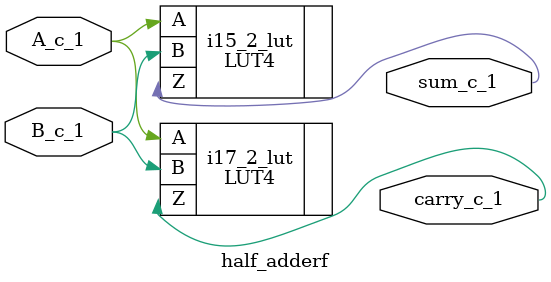
<source format=v>

module half_adder (A, B, sum, carry);   // e:/repositories/rtl_fpga/verilog/aula15_mux/half_adder_topmodle.vhd(5[8:18])
    input [1:0]A;   // e:/repositories/rtl_fpga/verilog/aula15_mux/half_adder_topmodle.vhd(8[4:5])
    input [1:0]B;   // e:/repositories/rtl_fpga/verilog/aula15_mux/half_adder_topmodle.vhd(8[6:7])
    output [1:0]sum;   // e:/repositories/rtl_fpga/verilog/aula15_mux/half_adder_topmodle.vhd(9[4:7])
    output [1:0]carry;   // e:/repositories/rtl_fpga/verilog/aula15_mux/half_adder_topmodle.vhd(9[8:13])
    
    
    wire A_c_1, A_c_0, B_c_1, B_c_0, sum_c_1, sum_c_0, carry_c_1, 
        carry_c_0, GND_net, VCC_net;
    
    VLO i38 (.Z(GND_net));
    IB A_pad_1 (.I(A[1]), .O(A_c_1));   // e:/repositories/rtl_fpga/verilog/aula15_mux/half_adder_topmodle.vhd(8[4:5])
    OB carry_pad_1 (.I(carry_c_1), .O(carry[1]));   // e:/repositories/rtl_fpga/verilog/aula15_mux/half_adder_topmodle.vhd(9[8:13])
    OB sum_pad_1 (.I(sum_c_1), .O(sum[1]));   // e:/repositories/rtl_fpga/verilog/aula15_mux/half_adder_topmodle.vhd(9[4:7])
    OB carry_pad_0 (.I(carry_c_0), .O(carry[0]));   // e:/repositories/rtl_fpga/verilog/aula15_mux/half_adder_topmodle.vhd(9[8:13])
    half_adderb ha1 (.A_c_0(A_c_0), .B_c_0(B_c_0), .carry_c_0(carry_c_0), 
            .sum_c_0(sum_c_0));   // e:/repositories/rtl_fpga/verilog/aula15_mux/half_adder_topmodle.vhd(34[7:18])
    PUR PUR_INST (.PUR(VCC_net));
    defparam PUR_INST.RST_PULSE = 1;
    half_adderf ha2 (.A_c_1(A_c_1), .B_c_1(B_c_1), .sum_c_1(sum_c_1), 
            .carry_c_1(carry_c_1));   // e:/repositories/rtl_fpga/verilog/aula15_mux/half_adder_topmodle.vhd(43[7:18])
    IB A_pad_0 (.I(A[0]), .O(A_c_0));   // e:/repositories/rtl_fpga/verilog/aula15_mux/half_adder_topmodle.vhd(8[4:5])
    OB sum_pad_0 (.I(sum_c_0), .O(sum[0]));   // e:/repositories/rtl_fpga/verilog/aula15_mux/half_adder_topmodle.vhd(9[4:7])
    IB B_pad_1 (.I(B[1]), .O(B_c_1));   // e:/repositories/rtl_fpga/verilog/aula15_mux/half_adder_topmodle.vhd(8[6:7])
    IB B_pad_0 (.I(B[0]), .O(B_c_0));   // e:/repositories/rtl_fpga/verilog/aula15_mux/half_adder_topmodle.vhd(8[6:7])
    GSR GSR_INST (.GSR(VCC_net));
    VHI i39 (.Z(VCC_net));
    
endmodule
//
// Verilog Description of module half_adderb
//

module half_adderb (A_c_0, B_c_0, carry_c_0, sum_c_0);
    input A_c_0;
    input B_c_0;
    output carry_c_0;
    output sum_c_0;
    
    
    LUT4 i10_2_lut (.A(A_c_0), .B(B_c_0), .Z(carry_c_0)) /* synthesis lut_function=(A (B)) */ ;   // e:/repositories/rtl_fpga/verilog/aula15_mux/half_adder_behavioral.vhd(24[23:38])
    defparam i10_2_lut.init = 16'h8888;
    LUT4 i8_2_lut (.A(A_c_0), .B(B_c_0), .Z(sum_c_0)) /* synthesis lut_function=(!(A (B)+!A !(B))) */ ;   // e:/repositories/rtl_fpga/verilog/aula15_mux/half_adder_behavioral.vhd(24[23:38])
    defparam i8_2_lut.init = 16'h6666;
    
endmodule
//
// Verilog Description of module PUR
// module not written out since it is a black-box. 
//

//
// Verilog Description of module half_adderf
//

module half_adderf (A_c_1, B_c_1, sum_c_1, carry_c_1);
    input A_c_1;
    input B_c_1;
    output sum_c_1;
    output carry_c_1;
    
    
    LUT4 i15_2_lut (.A(A_c_1), .B(B_c_1), .Z(sum_c_1)) /* synthesis lut_function=(!(A (B)+!A !(B))) */ ;
    defparam i15_2_lut.init = 16'h6666;
    LUT4 i17_2_lut (.A(A_c_1), .B(B_c_1), .Z(carry_c_1)) /* synthesis lut_function=(A (B)) */ ;
    defparam i17_2_lut.init = 16'h8888;
    
endmodule

</source>
